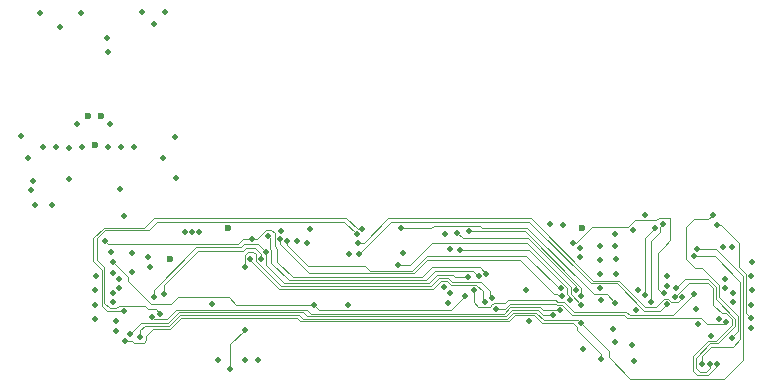
<source format=gbr>
%TF.GenerationSoftware,KiCad,Pcbnew,(6.0.7)*%
%TF.CreationDate,2022-09-26T14:07:28+03:00*%
%TF.ProjectId,202-combi-v0.2,3230322d-636f-46d6-9269-2d76302e322e,rev?*%
%TF.SameCoordinates,PX328b740PY3479d68*%
%TF.FileFunction,Copper,L3,Inr*%
%TF.FilePolarity,Positive*%
%FSLAX46Y46*%
G04 Gerber Fmt 4.6, Leading zero omitted, Abs format (unit mm)*
G04 Created by KiCad (PCBNEW (6.0.7)) date 2022-09-26 14:07:28*
%MOMM*%
%LPD*%
G01*
G04 APERTURE LIST*
%TA.AperFunction,ViaPad*%
%ADD10C,0.500000*%
%TD*%
%TA.AperFunction,ViaPad*%
%ADD11C,0.600000*%
%TD*%
%TA.AperFunction,Conductor*%
%ADD12C,0.120000*%
%TD*%
%TA.AperFunction,Conductor*%
%ADD13C,0.100000*%
%TD*%
G04 APERTURE END LIST*
D10*
%TO.N,/SYS_EX_nINT*%
X48175000Y-20925000D03*
X55900000Y-25175000D03*
D11*
%TO.N,+2V8*%
X14050000Y-22350000D03*
%TO.N,+3.3V*%
X19000000Y-19675000D03*
D10*
%TO.N,GND*%
X16525000Y-20025000D03*
X15325000Y-20025000D03*
X15912500Y-20025000D03*
X51825000Y-23575000D03*
X53275000Y-19825000D03*
X6550000Y-1525000D03*
X13675000Y-1425000D03*
X20475000Y-30875000D03*
X44250000Y-24950000D03*
X50450000Y-22375000D03*
X53725000Y-24950000D03*
D11*
X7175000Y-10200000D03*
D10*
X63300000Y-26175000D03*
X18125000Y-30825000D03*
X37400000Y-20175000D03*
X2675000Y-17750000D03*
X7800000Y-23775000D03*
X49050000Y-29975000D03*
X9825000Y-16375000D03*
X9250000Y-23500000D03*
X7725000Y-27425000D03*
X12700000Y-2425000D03*
X51800000Y-21175000D03*
X23475000Y-19950000D03*
D11*
X8225000Y-10175000D03*
D10*
X14550000Y-15425000D03*
X17650000Y-26150000D03*
X5550000Y-15575000D03*
X11750000Y-1425000D03*
X63350000Y-22575000D03*
X37800000Y-21450000D03*
X29150000Y-26200000D03*
X7750000Y-24975000D03*
X10850000Y-23375000D03*
X13450000Y-13725000D03*
X37625000Y-26025000D03*
X3050000Y-1525000D03*
X4750000Y-2650000D03*
X1500000Y-11875000D03*
X63300000Y-23775000D03*
X7775000Y-26175000D03*
X63300000Y-28175000D03*
X25900000Y-19800000D03*
X63350000Y-24950000D03*
X2025000Y-13725000D03*
X51850000Y-22350000D03*
X58625000Y-26575000D03*
X5550000Y-12875000D03*
X25650000Y-20950000D03*
X9125000Y-21750000D03*
X47375000Y-19475000D03*
X14525000Y-12025000D03*
X2450000Y-15725000D03*
%TO.N,+3.3V*%
X10825000Y-21800000D03*
X50500000Y-23575000D03*
X8850000Y-4750000D03*
X29250000Y-21900000D03*
X59900000Y-28825000D03*
X9000000Y-10875000D03*
X6225000Y-10925000D03*
X2325000Y-16450000D03*
D11*
X48975000Y-19650000D03*
D10*
X10225000Y-18650000D03*
D11*
X7747998Y-12647998D03*
D10*
%TO.N,+1V8*%
X24800000Y-20825000D03*
X12350000Y-22975000D03*
X60575000Y-27400000D03*
X21500000Y-30900000D03*
X44475000Y-27525000D03*
X33850000Y-21825000D03*
X50525000Y-24775000D03*
X50462500Y-21175000D03*
%TO.N,+2V8*%
X12250000Y-22175000D03*
X58750000Y-27775000D03*
%TO.N,/EXTCLK*%
X4075000Y-17725000D03*
X54275000Y-18575000D03*
X46250000Y-19375000D03*
%TO.N,/LEFT_SCL*%
X55125000Y-19700000D03*
X54300000Y-25400000D03*
%TO.N,/RIGHT_SCL*%
X48475000Y-24950000D03*
X38400000Y-20075000D03*
%TO.N,/LEFT_SDA*%
X54825000Y-25925000D03*
X55800000Y-19325000D03*
%TO.N,/RIGHT_SDA*%
X48912500Y-25425000D03*
X39375000Y-19975000D03*
%TO.N,/LEFT_PWRDN*%
X20425000Y-22950000D03*
X41361535Y-25638596D03*
X60400000Y-19425000D03*
X63275000Y-27350000D03*
%TO.N,/LEFT_RESET*%
X20875000Y-22350000D03*
X60025000Y-18575000D03*
X61660439Y-29010439D03*
X40748433Y-25948433D03*
%TO.N,/LEFT_ATT_INT*%
X61200000Y-27675000D03*
X41675000Y-26520500D03*
%TO.N,/LEFT_ATT_XSHUT*%
X58474500Y-25250000D03*
X39800000Y-24925000D03*
%TO.N,/RIGHT_PWRDN*%
X26275000Y-26175000D03*
X39050000Y-25425000D03*
X9300000Y-22575000D03*
%TO.N,/RIGHT_RESET*%
X21025000Y-20640500D03*
X8575000Y-20750000D03*
X40850000Y-23625000D03*
%TO.N,/RIGHT_ATT_INT*%
X40225000Y-23775000D03*
X21775500Y-22275000D03*
X22377061Y-20347939D03*
X13550000Y-25275000D03*
%TO.N,/RIGHT_ATT_XSHUT*%
X22200000Y-21700000D03*
X12700000Y-25525000D03*
X39300000Y-23825000D03*
%TO.N,Net-(R4-Pad1)*%
X20425000Y-28300000D03*
X19200000Y-31625000D03*
%TO.N,/SYS_SDA_1V8*%
X24000000Y-20800000D03*
X47147939Y-24802061D03*
%TO.N,/SYS_SCL_1V8*%
X47300000Y-25475000D03*
X23400000Y-20600000D03*
%TO.N,/DAT2*%
X51750000Y-29375000D03*
X11050000Y-12825000D03*
%TO.N,/DAT3*%
X51800000Y-20200000D03*
X9950000Y-12850000D03*
%TO.N,/CMD*%
X8850000Y-12850000D03*
X53550000Y-26625000D03*
%TO.N,/CLK*%
X6650000Y-12850000D03*
X53400000Y-30975000D03*
%TO.N,/DAT0*%
X50575000Y-25800000D03*
X4450000Y-12800000D03*
%TO.N,/DAT1*%
X3350000Y-12825000D03*
X53225000Y-29575000D03*
%TO.N,/CDS*%
X51562500Y-28225000D03*
X8762500Y-3587500D03*
%TO.N,/I2C_SCL_1v8_LEFT*%
X56125000Y-26150000D03*
X30125000Y-21850000D03*
%TO.N,/I2C_SDA_1v8_LEFT*%
X30000000Y-20925000D03*
X57469990Y-25569990D03*
%TO.N,/I2S_SCK*%
X50550000Y-30750000D03*
X10275000Y-29225000D03*
X56813628Y-25508498D03*
X60400000Y-31225000D03*
%TO.N,/I2S_LRCLK*%
X10725000Y-28625000D03*
X56925000Y-24775000D03*
X46550000Y-27081500D03*
X59763999Y-31216378D03*
%TO.N,/I2S_D1*%
X58475000Y-22100000D03*
X59100000Y-31225000D03*
X12550000Y-27200000D03*
X47075000Y-26625000D03*
%TO.N,/I2S_D2*%
X58700000Y-21475000D03*
X11525000Y-28925000D03*
X48900000Y-27750000D03*
%TO.N,/CSI_L_RX_CLK_N*%
X56172745Y-24565000D03*
%TO.N,/CSI_L_RX_CLK_P*%
X56172745Y-23785000D03*
%TO.N,/CSI_L_RX_D2_N*%
X61690000Y-21300000D03*
%TO.N,/CSI_L_RX_D2_P*%
X60910000Y-21300000D03*
%TO.N,/CSI_L_RX_D1_N*%
X61050000Y-23975845D03*
%TO.N,/CSI_L_RX_D1_P*%
X61050000Y-24755845D03*
%TO.N,/CSI_L_RX_D0_N*%
X61753547Y-25175845D03*
%TO.N,/CSI_L_RX_D0_P*%
X61753547Y-25955845D03*
%TO.N,/I2C_SCL_1v8_RIGHT*%
X29875000Y-20225000D03*
X13275000Y-26975000D03*
%TO.N,/I2C_SDA_1v8_RIGHT*%
X30375000Y-19775000D03*
X10175000Y-26750000D03*
%TO.N,/CSI_R_RX_CLK_N*%
X9539755Y-28374155D03*
%TO.N,/CSI_R_RX_CLK_P*%
X9539755Y-27594155D03*
%TO.N,/CSI_R_RX_D1_N*%
X48804545Y-22165000D03*
X9263544Y-25974155D03*
X37822935Y-25203609D03*
%TO.N,/CSI_R_RX_D1_P*%
X48804545Y-21385000D03*
X37271391Y-24652065D03*
X9263544Y-25194155D03*
%TO.N,/CSI_R_RX_D0_N*%
X9750000Y-24774155D03*
%TO.N,/CSI_R_RX_D0_P*%
X9750000Y-23994155D03*
%TO.N,/OE_CAM*%
X33600000Y-19725000D03*
X51800000Y-26000000D03*
%TO.N,/SYS_SCL*%
X48900000Y-26225000D03*
X33350000Y-22825000D03*
%TO.N,/SYS_SDA*%
X38675000Y-21525000D03*
X47939447Y-25819144D03*
%TD*%
D12*
%TO.N,/SYS_EX_nINT*%
X48325000Y-20925000D02*
X48175000Y-20925000D01*
X48475000Y-20925000D02*
X48325000Y-20925000D01*
X48650000Y-20750000D02*
X48475000Y-20925000D01*
X53300000Y-19150000D02*
X52850000Y-19600000D01*
X52850000Y-19600000D02*
X50600000Y-19600000D01*
X53445000Y-19005000D02*
X53300000Y-19150000D01*
X55270000Y-19005000D02*
X53445000Y-19005000D01*
X55475000Y-18800000D02*
X55270000Y-19005000D01*
X56300000Y-18800000D02*
X55475000Y-18800000D01*
X49800000Y-19600000D02*
X48650000Y-20750000D01*
X56375000Y-18875000D02*
X56300000Y-18800000D01*
X56450000Y-18950000D02*
X56375000Y-18875000D01*
X56450000Y-19600000D02*
X56450000Y-18950000D01*
X56450000Y-20700000D02*
X56450000Y-19600000D01*
X55375000Y-21775000D02*
X55875000Y-21275000D01*
X50600000Y-19600000D02*
X49800000Y-19600000D01*
X55375000Y-23875000D02*
X55375000Y-21775000D01*
X55550000Y-25025000D02*
X55375000Y-24850000D01*
X55375000Y-24850000D02*
X55375000Y-23875000D01*
X55875000Y-21275000D02*
X56450000Y-20700000D01*
X55700000Y-25175000D02*
X55550000Y-25025000D01*
X55900000Y-25175000D02*
X55700000Y-25175000D01*
%TO.N,Net-(R4-Pad1)*%
X19200000Y-29525000D02*
X20425000Y-28300000D01*
X19200000Y-31625000D02*
X19200000Y-29525000D01*
%TO.N,/LEFT_SCL*%
X54300000Y-25400000D02*
X54300000Y-20525000D01*
X54300000Y-20525000D02*
X55125000Y-19700000D01*
%TO.N,/RIGHT_SCL*%
X44388874Y-20550000D02*
X38875000Y-20550000D01*
X48475000Y-24950000D02*
X48475000Y-24636126D01*
X38875000Y-20550000D02*
X38400000Y-20075000D01*
X48475000Y-24636126D02*
X44388874Y-20550000D01*
%TO.N,/LEFT_SDA*%
X54800000Y-25900000D02*
X54800000Y-20750000D01*
X55555000Y-19995000D02*
X55555000Y-19570000D01*
X54825000Y-25925000D02*
X54800000Y-25900000D01*
X54800000Y-20750000D02*
X55555000Y-19995000D01*
X55555000Y-19570000D02*
X55800000Y-19325000D01*
%TO.N,/RIGHT_SDA*%
X48912500Y-25425000D02*
X48912500Y-24762500D01*
X48912500Y-24762500D02*
X44125000Y-19975000D01*
X44125000Y-19975000D02*
X39375000Y-19975000D01*
%TO.N,/LEFT_PWRDN*%
X36190000Y-24610000D02*
X23460000Y-24610000D01*
X38000000Y-24275000D02*
X37650000Y-23925000D01*
X23460000Y-24610000D02*
X21345500Y-22495500D01*
D13*
X62850000Y-26925000D02*
X62850000Y-23550000D01*
X62300000Y-23000000D02*
X62300000Y-20950000D01*
D12*
X36875000Y-23925000D02*
X36190000Y-24610000D01*
X40375000Y-24275000D02*
X38000000Y-24275000D01*
X41361535Y-25638596D02*
X41150000Y-25427061D01*
X41150000Y-25427061D02*
X41150000Y-25050000D01*
X21345500Y-21929500D02*
X21141000Y-21725000D01*
D13*
X62300000Y-20950000D02*
X60775000Y-19425000D01*
D12*
X21345500Y-22495500D02*
X21345500Y-21929500D01*
X41150000Y-25050000D02*
X40375000Y-24275000D01*
X20425000Y-21962500D02*
X20425000Y-22950000D01*
X20662500Y-21725000D02*
X20425000Y-21962500D01*
X21141000Y-21725000D02*
X20662500Y-21725000D01*
D13*
X62850000Y-23550000D02*
X62300000Y-23000000D01*
X60775000Y-19425000D02*
X60400000Y-19425000D01*
D12*
X37650000Y-23925000D02*
X36875000Y-23925000D01*
D13*
X63275000Y-27350000D02*
X62850000Y-26925000D01*
D12*
%TO.N,/LEFT_RESET*%
X36345000Y-24830000D02*
X23280000Y-24830000D01*
D13*
X60600000Y-25550000D02*
X60600000Y-24550000D01*
X57750000Y-22325000D02*
X57750000Y-19625000D01*
D12*
X37025000Y-24150000D02*
X36345000Y-24830000D01*
D13*
X58425000Y-18950000D02*
X59650000Y-18950000D01*
X61660439Y-28939561D02*
X62150000Y-28450000D01*
X57750000Y-19625000D02*
X58425000Y-18950000D01*
X61660439Y-29010439D02*
X61660439Y-28939561D01*
X59150000Y-23100000D02*
X58525000Y-23100000D01*
X62150000Y-28450000D02*
X62150000Y-27100000D01*
D12*
X40550000Y-25750000D02*
X40550000Y-25050000D01*
D13*
X58525000Y-23100000D02*
X57750000Y-22325000D01*
D12*
X37525000Y-24150000D02*
X37025000Y-24150000D01*
X40748433Y-25948433D02*
X40550000Y-25750000D01*
X20875000Y-22425000D02*
X20875000Y-22350000D01*
D13*
X59650000Y-18950000D02*
X60025000Y-18575000D01*
X62150000Y-27100000D02*
X60600000Y-25550000D01*
D12*
X23280000Y-24830000D02*
X20875000Y-22425000D01*
X37870000Y-24495000D02*
X37525000Y-24150000D01*
X39995000Y-24495000D02*
X37870000Y-24495000D01*
D13*
X60600000Y-24550000D02*
X59150000Y-23100000D01*
D12*
X40550000Y-25050000D02*
X39995000Y-24495000D01*
%TO.N,/LEFT_ATT_INT*%
X52800000Y-27325000D02*
X59025000Y-27325000D01*
X48125000Y-27025000D02*
X52500000Y-27025000D01*
X61045000Y-27830000D02*
X61200000Y-27675000D01*
X42429500Y-26520500D02*
X42850000Y-26100000D01*
X59025000Y-27325000D02*
X59530000Y-27830000D01*
X59530000Y-27830000D02*
X61045000Y-27830000D01*
X52500000Y-27025000D02*
X52800000Y-27325000D01*
X47295000Y-26195000D02*
X48125000Y-27025000D01*
X46855000Y-26195000D02*
X47295000Y-26195000D01*
X46760000Y-26100000D02*
X46855000Y-26195000D01*
X41675000Y-26520500D02*
X42429500Y-26520500D01*
X42850000Y-26100000D02*
X46760000Y-26100000D01*
%TO.N,/LEFT_ATT_XSHUT*%
X52730000Y-26805000D02*
X48280000Y-26805000D01*
X46887500Y-25912500D02*
X46925000Y-25950000D01*
X47425000Y-25950000D02*
X46925000Y-25950000D01*
X41146567Y-26378433D02*
X41375000Y-26150000D01*
X40203433Y-26378433D02*
X41146567Y-26378433D01*
X40200000Y-26375000D02*
X40203433Y-26378433D01*
X46775000Y-25800000D02*
X46887500Y-25912500D01*
X42450000Y-26075000D02*
X42725000Y-25800000D01*
X41375000Y-26150000D02*
X41450000Y-26150000D01*
X39800000Y-24925000D02*
X39800000Y-25975000D01*
X58474500Y-25250500D02*
X56650000Y-27075000D01*
X53000000Y-27075000D02*
X52730000Y-26805000D01*
X41525000Y-26075000D02*
X42450000Y-26075000D01*
X42725000Y-25800000D02*
X46775000Y-25800000D01*
X56650000Y-27075000D02*
X53000000Y-27075000D01*
X48280000Y-26805000D02*
X47425000Y-25950000D01*
X39800000Y-25975000D02*
X40200000Y-26375000D01*
X41450000Y-26150000D02*
X41525000Y-26075000D01*
X58474500Y-25250000D02*
X58474500Y-25250500D01*
%TO.N,/RIGHT_PWRDN*%
X26275000Y-26175000D02*
X19700000Y-26175000D01*
X26730000Y-26630000D02*
X26275000Y-26175000D01*
X19050000Y-25525000D02*
X14775000Y-25525000D01*
X14775000Y-25525000D02*
X14200000Y-26100000D01*
X37845000Y-26630000D02*
X26730000Y-26630000D01*
X39050000Y-25425000D02*
X37845000Y-26630000D01*
X10525000Y-23800000D02*
X9300000Y-22575000D01*
X12450000Y-26100000D02*
X10525000Y-24175000D01*
X14200000Y-26100000D02*
X12450000Y-26100000D01*
X10525000Y-24175000D02*
X10525000Y-23800000D01*
X19700000Y-26175000D02*
X19050000Y-25525000D01*
%TO.N,/RIGHT_RESET*%
X24480000Y-23855000D02*
X34745000Y-23855000D01*
X40850000Y-23550000D02*
X40850000Y-23625000D01*
X23150000Y-22525000D02*
X24480000Y-23855000D01*
X21025000Y-20640500D02*
X20259500Y-20640500D01*
X22950000Y-21225000D02*
X23150000Y-21425000D01*
X40325000Y-23025000D02*
X40850000Y-23550000D01*
X23150000Y-21425000D02*
X23150000Y-22525000D01*
X34775000Y-23825000D02*
X35425000Y-23825000D01*
X35425000Y-23825000D02*
X36225000Y-23025000D01*
X21025000Y-20640500D02*
X21409500Y-20640500D01*
X36225000Y-23025000D02*
X40325000Y-23025000D01*
X34745000Y-23855000D02*
X34775000Y-23825000D01*
X19875000Y-21025000D02*
X8850000Y-21025000D01*
X22950000Y-20150000D02*
X22950000Y-21225000D01*
X20259500Y-20640500D02*
X19875000Y-21025000D01*
X22175000Y-19875000D02*
X22675000Y-19875000D01*
X21409500Y-20640500D02*
X22175000Y-19875000D01*
X22675000Y-19875000D02*
X22950000Y-20150000D01*
X8850000Y-21025000D02*
X8575000Y-20750000D01*
%TO.N,/RIGHT_ATT_INT*%
X39750000Y-23350000D02*
X40175000Y-23775000D01*
X22675000Y-22625000D02*
X24125000Y-24075000D01*
X13550000Y-24525000D02*
X16450000Y-21625000D01*
X40175000Y-23775000D02*
X40225000Y-23775000D01*
X22377061Y-20347939D02*
X22550000Y-20520878D01*
X20300000Y-21625000D02*
X20525000Y-21400000D01*
X16450000Y-21625000D02*
X20300000Y-21625000D01*
X22675000Y-21566888D02*
X22675000Y-22625000D01*
X35800000Y-24075000D02*
X36525000Y-23350000D01*
X21775500Y-21925500D02*
X21775500Y-22275000D01*
X20525000Y-21400000D02*
X21250000Y-21400000D01*
X21250000Y-21400000D02*
X21775500Y-21925500D01*
X36525000Y-23350000D02*
X39750000Y-23350000D01*
X24125000Y-24075000D02*
X35800000Y-24075000D01*
X22550000Y-21441888D02*
X22675000Y-21566888D01*
X13550000Y-25275000D02*
X13550000Y-24525000D01*
X22550000Y-20520878D02*
X22550000Y-21441888D01*
%TO.N,/RIGHT_ATT_XSHUT*%
X23775000Y-24350000D02*
X22225000Y-22800000D01*
X38200000Y-23825000D02*
X38025000Y-23650000D01*
X12700000Y-24925000D02*
X16325000Y-21300000D01*
X22225000Y-21725000D02*
X22200000Y-21700000D01*
X20375000Y-21050000D02*
X21550000Y-21050000D01*
X22225000Y-22800000D02*
X22225000Y-21725000D01*
X12700000Y-25525000D02*
X12700000Y-24925000D01*
X21550000Y-21050000D02*
X22200000Y-21700000D01*
X36700000Y-23650000D02*
X36000000Y-24350000D01*
X38025000Y-23650000D02*
X36700000Y-23650000D01*
X20125000Y-21300000D02*
X20375000Y-21050000D01*
X16325000Y-21300000D02*
X20125000Y-21300000D01*
X39300000Y-23825000D02*
X38200000Y-23825000D01*
X36000000Y-24350000D02*
X23775000Y-24350000D01*
%TO.N,/SYS_SDA_1V8*%
X31025000Y-23300000D02*
X30600000Y-22875000D01*
X44200000Y-22025000D02*
X35850000Y-22025000D01*
X46977061Y-24802061D02*
X44200000Y-22025000D01*
X34575000Y-23300000D02*
X31025000Y-23300000D01*
X25750000Y-22875000D02*
X24000000Y-21125000D01*
X24000000Y-21125000D02*
X24000000Y-20800000D01*
X30600000Y-22875000D02*
X25750000Y-22875000D01*
X35850000Y-22025000D02*
X34575000Y-23300000D01*
X47147939Y-24802061D02*
X46977061Y-24802061D01*
%TO.N,/SYS_SCL_1V8*%
X47300000Y-25475000D02*
X47025000Y-25475000D01*
X23400000Y-21075000D02*
X23400000Y-20600000D01*
X34705000Y-23520000D02*
X25845000Y-23520000D01*
X35825000Y-22400000D02*
X34705000Y-23520000D01*
X46850000Y-25300000D02*
X46625000Y-25300000D01*
X46625000Y-25300000D02*
X43725000Y-22400000D01*
X25845000Y-23520000D02*
X23400000Y-21075000D01*
X43725000Y-22400000D02*
X35825000Y-22400000D01*
X47025000Y-25475000D02*
X46850000Y-25300000D01*
D13*
%TO.N,/I2C_SCL_1v8_LEFT*%
X49705000Y-24355000D02*
X44500000Y-19150000D01*
X51930000Y-24355000D02*
X49705000Y-24355000D01*
X32825000Y-19150000D02*
X30125000Y-21850000D01*
X55600000Y-26675000D02*
X54250000Y-26675000D01*
X44500000Y-19150000D02*
X32825000Y-19150000D01*
X54250000Y-26675000D02*
X51930000Y-24355000D01*
X56125000Y-26150000D02*
X55600000Y-26675000D01*
%TO.N,/I2C_SDA_1v8_LEFT*%
X55875000Y-25675000D02*
X55200000Y-26350000D01*
X55200000Y-26350000D02*
X54325000Y-26350000D01*
X44625000Y-18850000D02*
X32575000Y-18850000D01*
X54325000Y-26350000D02*
X52125000Y-24150000D01*
X57469990Y-25605010D02*
X57100000Y-25975000D01*
X57469990Y-25569990D02*
X57469990Y-25605010D01*
X56243970Y-25675000D02*
X55875000Y-25675000D01*
X32575000Y-18850000D02*
X30500000Y-20925000D01*
X52125000Y-24150000D02*
X49925000Y-24150000D01*
X56543970Y-25975000D02*
X56243970Y-25675000D01*
X30500000Y-20925000D02*
X30000000Y-20925000D01*
X57100000Y-25975000D02*
X56543970Y-25975000D01*
X49925000Y-24150000D02*
X44625000Y-18850000D01*
D12*
%TO.N,/I2S_SCK*%
X14125000Y-28200000D02*
X12675000Y-28200000D01*
X10875000Y-29225000D02*
X10275000Y-29225000D01*
X48550000Y-28050000D02*
X48225000Y-27725000D01*
D13*
X59650000Y-24325000D02*
X60100000Y-24775000D01*
D12*
X50550000Y-30350000D02*
X48550000Y-28350000D01*
D13*
X56841502Y-25508498D02*
X58025000Y-24325000D01*
D12*
X42775000Y-27600000D02*
X25125000Y-27600000D01*
X25125000Y-27600000D02*
X24800000Y-27275000D01*
X12075000Y-29200000D02*
X11850000Y-29425000D01*
X45550000Y-27725000D02*
X44920000Y-27095000D01*
D13*
X58700000Y-32150000D02*
X59650000Y-32150000D01*
D12*
X50550000Y-30750000D02*
X50550000Y-30350000D01*
D13*
X60400000Y-31400000D02*
X60400000Y-31225000D01*
D12*
X48225000Y-27725000D02*
X45550000Y-27725000D01*
X11075000Y-29425000D02*
X10875000Y-29225000D01*
D13*
X60350000Y-29225000D02*
X59650000Y-29225000D01*
X58375000Y-30500000D02*
X58375000Y-31825000D01*
X59650000Y-29225000D02*
X58375000Y-30500000D01*
X60850000Y-26925000D02*
X61200000Y-26925000D01*
D12*
X11850000Y-29425000D02*
X11075000Y-29425000D01*
D13*
X61650000Y-27925000D02*
X60350000Y-29225000D01*
X61650000Y-27375000D02*
X61650000Y-27925000D01*
D12*
X44920000Y-27095000D02*
X43280000Y-27095000D01*
D13*
X56813628Y-25508498D02*
X56841502Y-25508498D01*
X59650000Y-32150000D02*
X60400000Y-31400000D01*
X60100000Y-26175000D02*
X60850000Y-26925000D01*
D12*
X15050000Y-27275000D02*
X14125000Y-28200000D01*
D13*
X60100000Y-24775000D02*
X60100000Y-26175000D01*
X56813628Y-25508498D02*
X56816502Y-25508498D01*
D12*
X43280000Y-27095000D02*
X42775000Y-27600000D01*
D13*
X58375000Y-31825000D02*
X58700000Y-32150000D01*
D12*
X12075000Y-28800000D02*
X12075000Y-29200000D01*
X48550000Y-28350000D02*
X48550000Y-28050000D01*
D13*
X58025000Y-24325000D02*
X59650000Y-24325000D01*
D12*
X24800000Y-27275000D02*
X15050000Y-27275000D01*
X12675000Y-28200000D02*
X12075000Y-28800000D01*
D13*
X61200000Y-26925000D02*
X61650000Y-27375000D01*
D12*
%TO.N,/I2S_LRCLK*%
X61925000Y-27353016D02*
X60310000Y-25738016D01*
X59838874Y-29450000D02*
X60500000Y-29450000D01*
X61925000Y-28025000D02*
X61925000Y-27353016D01*
X60500000Y-29450000D02*
X61925000Y-28025000D01*
X60310000Y-24688015D02*
X59596985Y-23975000D01*
X14805000Y-26820000D02*
X25370000Y-26820000D01*
X58950000Y-31850000D02*
X58625000Y-31525000D01*
X13925000Y-27700000D02*
X14805000Y-26820000D01*
X25370000Y-26820000D02*
X25700000Y-27150000D01*
X42500000Y-27150000D02*
X43025000Y-26625000D01*
X58625000Y-30663874D02*
X59838874Y-29450000D01*
X58625000Y-31525000D02*
X58625000Y-30663874D01*
X59596985Y-23975000D02*
X57725000Y-23975000D01*
X11650000Y-27700000D02*
X13925000Y-27700000D01*
X60310000Y-25738016D02*
X60310000Y-24688015D01*
X59763999Y-31511001D02*
X59425000Y-31850000D01*
X45706500Y-27081500D02*
X46550000Y-27081500D01*
X57725000Y-23975000D02*
X56925000Y-24775000D01*
X59763999Y-31216378D02*
X59763999Y-31511001D01*
X43025000Y-26625000D02*
X45250000Y-26625000D01*
X10725000Y-28625000D02*
X11650000Y-27700000D01*
X25700000Y-27150000D02*
X42500000Y-27150000D01*
X45250000Y-26625000D02*
X45706500Y-27081500D01*
X59425000Y-31850000D02*
X58950000Y-31850000D01*
%TO.N,/I2S_D1*%
X62375000Y-29125000D02*
X62375000Y-24275000D01*
X12755000Y-27405000D02*
X13820000Y-27405000D01*
X42370000Y-26930000D02*
X42900000Y-26400000D01*
X26055000Y-26930000D02*
X42370000Y-26930000D01*
X60200000Y-22100000D02*
X58475000Y-22100000D01*
X59100000Y-31225000D02*
X59100000Y-30500000D01*
X45625000Y-26625000D02*
X47075000Y-26625000D01*
X45400000Y-26400000D02*
X45625000Y-26625000D01*
X13820000Y-27405000D02*
X14625000Y-26600000D01*
X12550000Y-27200000D02*
X12755000Y-27405000D01*
X25725000Y-26600000D02*
X26055000Y-26930000D01*
X59100000Y-30500000D02*
X59850000Y-29750000D01*
X61750000Y-29750000D02*
X62375000Y-29125000D01*
X14625000Y-26600000D02*
X25725000Y-26600000D01*
X42900000Y-26400000D02*
X45400000Y-26400000D01*
X62375000Y-24275000D02*
X60200000Y-22100000D01*
X59850000Y-29750000D02*
X61750000Y-29750000D01*
%TO.N,/I2S_D2*%
X45741000Y-27491000D02*
X48641000Y-27491000D01*
X42625000Y-27375000D02*
X43150000Y-26850000D01*
X62600000Y-30875000D02*
X62600000Y-23725000D01*
X25015000Y-27040000D02*
X25350000Y-27375000D01*
X43150000Y-26850000D02*
X45090000Y-26850000D01*
X51225000Y-30075000D02*
X51225000Y-30650000D01*
X48641000Y-27491000D02*
X48900000Y-27750000D01*
X11525000Y-28925000D02*
X11525000Y-28350000D01*
X11525000Y-28350000D02*
X11925000Y-27950000D01*
X25350000Y-27375000D02*
X42625000Y-27375000D01*
X14896126Y-27040000D02*
X25015000Y-27040000D01*
X60350000Y-21475000D02*
X58700000Y-21475000D01*
X13986126Y-27950000D02*
X14896126Y-27040000D01*
X11925000Y-27950000D02*
X13986126Y-27950000D01*
X62600000Y-23725000D02*
X60350000Y-21475000D01*
X45095000Y-26845000D02*
X45741000Y-27491000D01*
X48900000Y-27750000D02*
X51225000Y-30075000D01*
X51225000Y-30650000D02*
X53050000Y-32475000D01*
X53050000Y-32475000D02*
X61000000Y-32475000D01*
X45090000Y-26850000D02*
X45095000Y-26845000D01*
X61000000Y-32475000D02*
X62600000Y-30875000D01*
%TO.N,/I2C_SCL_1v8_RIGHT*%
X12875000Y-26575000D02*
X13275000Y-26975000D01*
X25900000Y-19150000D02*
X25895000Y-19145000D01*
X8525000Y-26025000D02*
X9000000Y-26500000D01*
X13000000Y-19150000D02*
X12275000Y-19875000D01*
X9800000Y-26250000D02*
X11925000Y-26250000D01*
X28800000Y-19150000D02*
X25900000Y-19150000D01*
X9550000Y-26500000D02*
X9800000Y-26250000D01*
X29875000Y-20225000D02*
X28800000Y-19150000D01*
X12250000Y-26575000D02*
X12875000Y-26575000D01*
X8525000Y-23025000D02*
X8525000Y-26025000D01*
X7900000Y-22400000D02*
X8525000Y-23025000D01*
X8575000Y-19875000D02*
X7900000Y-20550000D01*
X9000000Y-26500000D02*
X9550000Y-26500000D01*
X11925000Y-26250000D02*
X12250000Y-26575000D01*
X13005000Y-19145000D02*
X13000000Y-19150000D01*
X8575000Y-19875000D02*
X12275000Y-19875000D01*
X7900000Y-20550000D02*
X7900000Y-22400000D01*
X25895000Y-19145000D02*
X13005000Y-19145000D01*
%TO.N,/I2C_SDA_1v8_RIGHT*%
X8305000Y-23205000D02*
X8305000Y-26280000D01*
X11870000Y-19655000D02*
X8483873Y-19655000D01*
X12725000Y-18800000D02*
X11870000Y-19655000D01*
X7600000Y-22500000D02*
X8305000Y-23205000D01*
X29025000Y-18800000D02*
X12725000Y-18800000D01*
X8305000Y-26280000D02*
X8775000Y-26750000D01*
X7600000Y-20538873D02*
X7600000Y-22500000D01*
X8775000Y-26750000D02*
X10175000Y-26750000D01*
X30375000Y-19775000D02*
X30000000Y-19775000D01*
X8483873Y-19655000D02*
X7600000Y-20538873D01*
X30000000Y-19775000D02*
X29025000Y-18800000D01*
%TO.N,/OE_CAM*%
X44350000Y-19675000D02*
X40475000Y-19675000D01*
X40300000Y-19500000D02*
X36400000Y-19500000D01*
X36175000Y-19725000D02*
X33600000Y-19725000D01*
X49975000Y-25300000D02*
X44350000Y-19675000D01*
X51800000Y-26000000D02*
X51100000Y-25300000D01*
X36400000Y-19500000D02*
X36175000Y-19725000D01*
X40475000Y-19675000D02*
X40300000Y-19500000D01*
X51100000Y-25300000D02*
X49975000Y-25300000D01*
%TO.N,/SYS_SCL*%
X48900000Y-26171585D02*
X48900000Y-26225000D01*
X36225000Y-21000000D02*
X44300000Y-21000000D01*
X33350000Y-22825000D02*
X34400000Y-22825000D01*
X48000000Y-24700000D02*
X48000000Y-25271585D01*
X34400000Y-22825000D02*
X36225000Y-21000000D01*
X44300000Y-21000000D02*
X48000000Y-24700000D01*
X48000000Y-25271585D02*
X48900000Y-26171585D01*
%TO.N,/SYS_SDA*%
X44450000Y-21525000D02*
X38675000Y-21525000D01*
X47700000Y-24775000D02*
X44450000Y-21525000D01*
X47939447Y-25819144D02*
X47939447Y-25539447D01*
X47939447Y-25539447D02*
X47700000Y-25300000D01*
X47700000Y-25300000D02*
X47700000Y-24775000D01*
%TD*%
M02*

</source>
